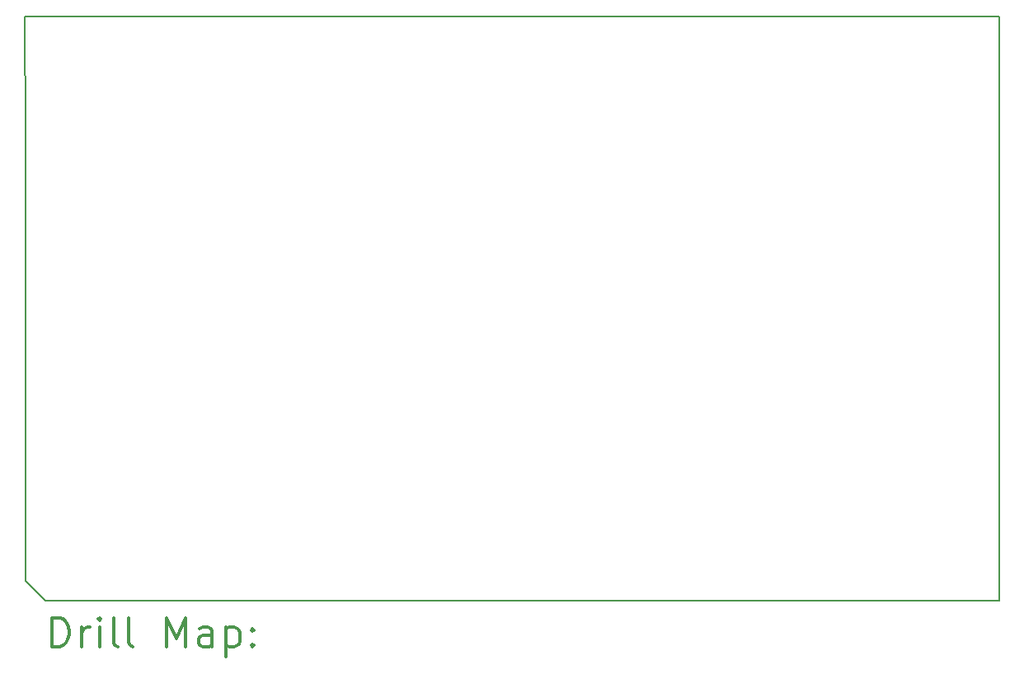
<source format=gbr>
%FSLAX45Y45*%
G04 Gerber Fmt 4.5, Leading zero omitted, Abs format (unit mm)*
G04 Created by KiCad (PCBNEW (5.1.8-0-10_14)) date 2021-01-11 22:35:17*
%MOMM*%
%LPD*%
G01*
G04 APERTURE LIST*
%TA.AperFunction,Profile*%
%ADD10C,0.150000*%
%TD*%
%ADD11C,0.200000*%
%ADD12C,0.300000*%
G04 APERTURE END LIST*
D10*
X10041882Y-5799926D02*
X10050000Y-7000000D01*
X20041882Y-5799926D02*
X10041882Y-5799926D01*
X20041882Y-11799926D02*
X20041882Y-5799926D01*
X19850000Y-11800000D02*
X20041882Y-11799926D01*
X19850000Y-11800000D02*
X10250000Y-11800000D01*
X10050000Y-11600000D02*
X10250000Y-11800000D01*
X10050000Y-7000000D02*
X10050000Y-11600000D01*
D11*
D12*
X10320810Y-12273214D02*
X10320810Y-11973214D01*
X10392239Y-11973214D01*
X10435096Y-11987500D01*
X10463668Y-12016071D01*
X10477953Y-12044643D01*
X10492239Y-12101786D01*
X10492239Y-12144643D01*
X10477953Y-12201786D01*
X10463668Y-12230357D01*
X10435096Y-12258929D01*
X10392239Y-12273214D01*
X10320810Y-12273214D01*
X10620810Y-12273214D02*
X10620810Y-12073214D01*
X10620810Y-12130357D02*
X10635096Y-12101786D01*
X10649382Y-12087500D01*
X10677953Y-12073214D01*
X10706525Y-12073214D01*
X10806525Y-12273214D02*
X10806525Y-12073214D01*
X10806525Y-11973214D02*
X10792239Y-11987500D01*
X10806525Y-12001786D01*
X10820810Y-11987500D01*
X10806525Y-11973214D01*
X10806525Y-12001786D01*
X10992239Y-12273214D02*
X10963668Y-12258929D01*
X10949382Y-12230357D01*
X10949382Y-11973214D01*
X11149382Y-12273214D02*
X11120810Y-12258929D01*
X11106525Y-12230357D01*
X11106525Y-11973214D01*
X11492239Y-12273214D02*
X11492239Y-11973214D01*
X11592239Y-12187500D01*
X11692239Y-11973214D01*
X11692239Y-12273214D01*
X11963668Y-12273214D02*
X11963668Y-12116071D01*
X11949382Y-12087500D01*
X11920810Y-12073214D01*
X11863668Y-12073214D01*
X11835096Y-12087500D01*
X11963668Y-12258929D02*
X11935096Y-12273214D01*
X11863668Y-12273214D01*
X11835096Y-12258929D01*
X11820810Y-12230357D01*
X11820810Y-12201786D01*
X11835096Y-12173214D01*
X11863668Y-12158929D01*
X11935096Y-12158929D01*
X11963668Y-12144643D01*
X12106525Y-12073214D02*
X12106525Y-12373214D01*
X12106525Y-12087500D02*
X12135096Y-12073214D01*
X12192239Y-12073214D01*
X12220810Y-12087500D01*
X12235096Y-12101786D01*
X12249382Y-12130357D01*
X12249382Y-12216071D01*
X12235096Y-12244643D01*
X12220810Y-12258929D01*
X12192239Y-12273214D01*
X12135096Y-12273214D01*
X12106525Y-12258929D01*
X12377953Y-12244643D02*
X12392239Y-12258929D01*
X12377953Y-12273214D01*
X12363668Y-12258929D01*
X12377953Y-12244643D01*
X12377953Y-12273214D01*
X12377953Y-12087500D02*
X12392239Y-12101786D01*
X12377953Y-12116071D01*
X12363668Y-12101786D01*
X12377953Y-12087500D01*
X12377953Y-12116071D01*
M02*

</source>
